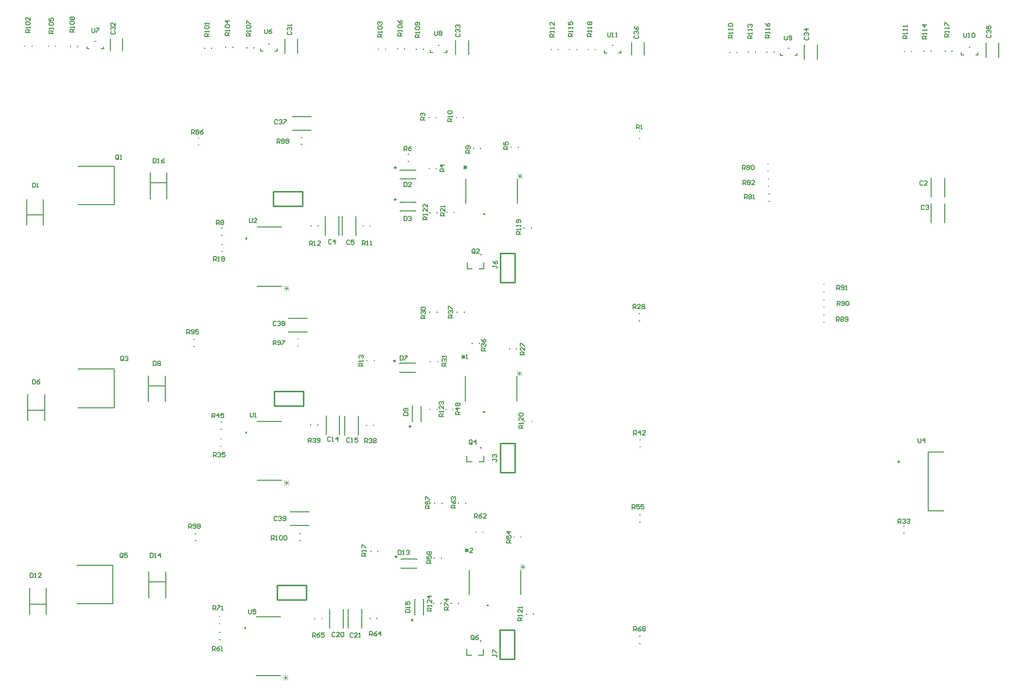
<source format=gto>
G04*
G04 #@! TF.GenerationSoftware,Altium Limited,Altium Designer,21.6.4 (81)*
G04*
G04 Layer_Color=65535*
%FSLAX43Y43*%
%MOMM*%
G71*
G04*
G04 #@! TF.SameCoordinates,D99C284B-08BF-42AF-8A75-C17E97AEF409*
G04*
G04*
G04 #@! TF.FilePolarity,Positive*
G04*
G01*
G75*
%ADD10C,0.250*%
%ADD11C,0.200*%
%ADD12C,0.152*%
%ADD13C,0.254*%
%ADD14C,0.076*%
%ADD15C,0.127*%
G36*
X107906Y68085D02*
X107652D01*
Y68466D01*
X107906D01*
Y68085D01*
D02*
G37*
G36*
X108052Y102095D02*
X107798D01*
Y102476D01*
X108052D01*
Y102095D01*
D02*
G37*
G36*
X150178Y72323D02*
Y72069D01*
X149796D01*
Y72323D01*
X150178D01*
D02*
G37*
G36*
X108102Y135928D02*
X107848D01*
Y136309D01*
X108102D01*
Y135928D01*
D02*
G37*
G36*
X149542Y106053D02*
Y105799D01*
X149161D01*
Y106053D01*
X149542D01*
D02*
G37*
G36*
X149619Y140445D02*
Y140191D01*
X149238D01*
Y140445D01*
X149619D01*
D02*
G37*
D10*
X221700Y97206D02*
G03*
X221700Y97206I-125J0D01*
G01*
X134007Y142887D02*
G03*
X134007Y142887I-125J0D01*
G01*
X134033Y148450D02*
G03*
X134033Y148450I-125J0D01*
G01*
X134186Y80683D02*
G03*
X134186Y80683I-125J0D01*
G01*
X136968Y69646D02*
G03*
X136968Y69646I-125J0D01*
G01*
X133906Y114795D02*
G03*
X133906Y114795I-125J0D01*
G01*
X136587Y103377D02*
G03*
X136587Y103377I-125J0D01*
G01*
D11*
X148678Y65986D02*
G03*
X148878Y65986I100J0D01*
G01*
D02*
G03*
X148678Y65986I-100J0D01*
G01*
X148703Y99666D02*
G03*
X148903Y99666I100J0D01*
G01*
D02*
G03*
X148703Y99666I-100J0D01*
G01*
X148754Y133296D02*
G03*
X148954Y133296I100J0D01*
G01*
D02*
G03*
X148754Y133296I-100J0D01*
G01*
X226734Y88684D02*
X229430D01*
X226734D02*
Y98920D01*
X229430D01*
X137469Y142379D02*
Y142456D01*
X134769D02*
X137469D01*
X134769Y142379D02*
Y142456D01*
X137469Y140906D02*
Y140984D01*
X134769Y140906D02*
X137469D01*
X134769D02*
Y140984D01*
X137494Y147941D02*
Y148019D01*
X134794D02*
X137494D01*
X134794Y147941D02*
Y148019D01*
X137494Y146469D02*
Y146546D01*
X134794Y146469D02*
X137494D01*
X134794D02*
Y146546D01*
X176330Y121803D02*
X176476D01*
X176330Y123053D02*
X176476D01*
X115935Y157286D02*
X119241D01*
X115935Y154930D02*
X119241D01*
X115607Y88478D02*
X118913D01*
X115607Y86122D02*
X118913D01*
X117250Y84724D02*
X117395D01*
X117250Y83474D02*
X117395D01*
X121148Y69838D02*
Y69983D01*
X119898Y69838D02*
Y69983D01*
X124851Y68261D02*
Y71567D01*
X122494Y68261D02*
Y71567D01*
X125746Y68222D02*
Y71528D01*
X128102Y68222D02*
Y71528D01*
X130724Y69854D02*
Y69999D01*
X129474Y69854D02*
Y69999D01*
X129652Y81588D02*
Y81734D01*
X130902Y81588D02*
Y81734D01*
X117479Y153711D02*
X117624D01*
X117479Y152461D02*
X117624D01*
X115302Y122209D02*
X118608D01*
X115302Y119853D02*
X118608D01*
X116869Y118608D02*
X117014D01*
X116869Y117358D02*
X117014D01*
X157724Y104220D02*
Y104365D01*
X156474Y104220D02*
Y104365D01*
X154544Y84052D02*
Y84197D01*
X155794Y84052D02*
Y84197D01*
X147940Y84916D02*
Y85061D01*
X149190Y84916D02*
Y85061D01*
X134947Y78702D02*
Y78779D01*
Y78702D02*
X137647D01*
Y78779D01*
X134947Y80174D02*
Y80252D01*
X137647D01*
Y80174D02*
Y80252D01*
X140701Y80395D02*
Y80540D01*
X141951Y80395D02*
Y80540D01*
X138746Y70532D02*
X138824D01*
Y73232D01*
X138746D02*
X138824D01*
X137274Y70532D02*
X137352D01*
X137274D02*
Y73232D01*
X137352D01*
X143672Y72521D02*
Y72666D01*
X144922Y72521D02*
Y72666D01*
X141849Y72495D02*
Y72640D01*
X140599Y72495D02*
Y72640D01*
X158003Y70625D02*
Y70770D01*
X156753Y70625D02*
Y70770D01*
X146378Y63536D02*
Y64586D01*
Y63536D02*
X147228D01*
X149278D02*
Y64586D01*
X148428Y63536D02*
X149278D01*
X176432Y65567D02*
X176577D01*
X176432Y66817D02*
X176577D01*
X176441Y86751D02*
X176587D01*
X176441Y88001D02*
X176587D01*
X176467Y99807D02*
X176612D01*
X176467Y101057D02*
X176612D01*
X146403Y97216D02*
Y98266D01*
Y97216D02*
X147253D01*
X149303D02*
Y98266D01*
X148453Y97216D02*
X149303D01*
X120462Y103559D02*
Y103705D01*
X119212Y103559D02*
Y103705D01*
X121859Y101928D02*
Y105234D01*
X124216Y101928D02*
Y105234D01*
X127492Y101903D02*
Y105209D01*
X125136Y101903D02*
Y105209D01*
X130140Y103534D02*
Y103679D01*
X128890Y103534D02*
Y103679D01*
X134667Y112814D02*
Y112891D01*
Y112814D02*
X137367D01*
Y112891D01*
X134667Y114286D02*
Y114364D01*
X137367D01*
Y114286D02*
Y114364D01*
X138365Y104263D02*
X138443D01*
Y106963D01*
X138365D02*
X138443D01*
X136893Y104263D02*
X136971D01*
X136893D02*
Y106963D01*
X136971D01*
X141163Y106328D02*
Y106473D01*
X139913Y106328D02*
Y106473D01*
X142682Y106328D02*
Y106473D01*
X143932Y106328D02*
Y106473D01*
X140015Y114634D02*
Y114779D01*
X141265Y114634D02*
Y114779D01*
X147305Y117825D02*
Y117970D01*
X148555Y117825D02*
Y117970D01*
X153782Y116869D02*
Y117014D01*
X155032Y116869D02*
Y117014D01*
X222406Y85994D02*
X222551D01*
X222406Y84744D02*
X222551D01*
X227244Y138834D02*
Y142140D01*
X229600Y138834D02*
Y142140D01*
Y143344D02*
Y146650D01*
X227244Y143344D02*
Y146650D01*
X198936Y143856D02*
X199082D01*
X198936Y142606D02*
X199082D01*
X198835Y146497D02*
X198980D01*
X198835Y145247D02*
X198980D01*
X198733Y149088D02*
X198878D01*
X198733Y147838D02*
X198878D01*
X176381Y153502D02*
X176526D01*
X176381Y154752D02*
X176526D01*
X154061Y151972D02*
Y152117D01*
X155311Y151972D02*
Y152117D01*
X139761Y157128D02*
Y157273D01*
X141011Y157128D02*
Y157273D01*
X157597Y137875D02*
Y138020D01*
X156347Y137875D02*
Y138020D01*
X146454Y130846D02*
Y131896D01*
Y130846D02*
X147304D01*
X149354D02*
Y131896D01*
X148504Y130846D02*
X149354D01*
X142910Y140618D02*
Y140763D01*
X144160Y140618D02*
Y140763D01*
X141189Y140593D02*
Y140738D01*
X139939Y140593D02*
Y140738D01*
X129555Y138256D02*
Y138401D01*
X128305Y138256D02*
Y138401D01*
X127086Y136701D02*
Y140007D01*
X124730Y136701D02*
Y140007D01*
X119238Y138297D02*
Y138442D01*
X120488Y138297D02*
Y138442D01*
X99606Y152385D02*
X99752D01*
X99606Y153635D02*
X99752D01*
X103661Y135093D02*
X103806D01*
X103661Y133843D02*
X103806D01*
X98819Y117307D02*
X98964D01*
X98819Y118557D02*
X98964D01*
X103525Y104130D02*
X103670D01*
X103525Y102880D02*
X103670D01*
X103483Y101209D02*
X103628D01*
X103483Y99959D02*
X103628D01*
X99064Y83474D02*
X99209D01*
X99064Y84724D02*
X99209D01*
X103245Y70297D02*
X103390D01*
X103245Y69047D02*
X103390D01*
X103271Y67478D02*
X103416D01*
X103271Y66228D02*
X103416D01*
X93916Y73534D02*
Y78104D01*
X90996Y73534D02*
Y78104D01*
X91076Y76319D02*
X93836D01*
X93865Y107672D02*
Y112242D01*
X90945Y107672D02*
Y112242D01*
X91025Y110457D02*
X93785D01*
X94145Y143028D02*
Y147598D01*
X91225Y143028D02*
Y147598D01*
X91305Y145813D02*
X94065D01*
X78738Y106642D02*
X84958D01*
Y113372D01*
X78738D02*
X84958D01*
X78738Y113282D02*
Y113372D01*
Y106642D02*
Y106732D01*
X78509Y72454D02*
X84729D01*
Y79184D01*
X78509D02*
X84729D01*
X78509Y79094D02*
Y79184D01*
Y72454D02*
Y72544D01*
X70219Y70638D02*
Y75208D01*
X73139Y70638D02*
Y75208D01*
X70299Y72423D02*
X73059D01*
X69914Y104446D02*
Y109016D01*
X72834Y104446D02*
Y109016D01*
X69994Y106231D02*
X72754D01*
X136148Y150815D02*
X136293D01*
X136148Y149565D02*
X136293D01*
X144942Y89920D02*
Y90065D01*
X146192Y89920D02*
Y90065D01*
X140777Y89920D02*
Y90065D01*
X142027Y89920D02*
Y90065D01*
X144663Y123210D02*
Y123355D01*
X145913Y123210D02*
Y123355D01*
X139913Y123219D02*
Y123364D01*
X141163Y123219D02*
Y123364D01*
X208487Y128082D02*
X208632D01*
X208487Y126832D02*
X208632D01*
X208487Y122799D02*
X208632D01*
X208487Y121549D02*
X208632D01*
X208487Y125415D02*
X208632D01*
X208487Y124165D02*
X208632D01*
X139812Y148238D02*
Y148383D01*
X141062Y148238D02*
Y148383D01*
X69428Y169574D02*
Y169719D01*
X70678Y169574D02*
Y169719D01*
X74768Y169574D02*
Y169719D01*
X73518Y169574D02*
Y169719D01*
X78578Y169523D02*
Y169668D01*
X77328Y169523D02*
Y169668D01*
X80210Y169150D02*
Y169550D01*
X83111Y169150D02*
Y169550D01*
X80211Y169149D02*
X80611D01*
X82710Y169149D02*
X83110D01*
X81561Y170449D02*
X81761D01*
X84294Y168801D02*
Y171001D01*
X86444Y168801D02*
Y171001D01*
X110451Y168759D02*
Y169159D01*
X113352Y168759D02*
Y169159D01*
X110452Y168759D02*
X110852D01*
X112952Y168758D02*
X113352D01*
X111802Y170059D02*
X112002D01*
X109312Y169269D02*
Y169414D01*
X108062Y169269D02*
Y169414D01*
X105603Y169345D02*
Y169491D01*
X104353Y169345D02*
Y169491D01*
X100696Y169218D02*
Y169364D01*
X101946Y169218D02*
Y169364D01*
X116924Y168368D02*
Y170874D01*
X114674Y168368D02*
Y170874D01*
X140002Y168489D02*
Y168889D01*
X142902Y168489D02*
Y168889D01*
X140002Y168489D02*
X140402D01*
X142502Y168488D02*
X142902D01*
X141353Y169789D02*
X141553D01*
X138826Y169041D02*
Y169186D01*
X137576Y169041D02*
Y169186D01*
X135550Y169091D02*
Y169237D01*
X134300Y169091D02*
Y169237D01*
X130972Y169066D02*
Y169211D01*
X132222Y169066D02*
Y169211D01*
X146692Y168125D02*
Y170631D01*
X144442Y168125D02*
Y170631D01*
X170319Y168454D02*
Y168854D01*
X173220Y168454D02*
Y168854D01*
X170320Y168454D02*
X170720D01*
X172820Y168453D02*
X173220D01*
X171670Y169754D02*
X171870D01*
X168748Y168990D02*
Y169135D01*
X167498Y168990D02*
Y169135D01*
X165496Y168990D02*
Y169135D01*
X164246Y168990D02*
Y169135D01*
X161071Y168990D02*
Y169135D01*
X162321Y168990D02*
Y169135D01*
X175099Y168115D02*
Y170315D01*
X177249Y168115D02*
Y170315D01*
X192136Y168482D02*
Y168627D01*
X193386Y168482D02*
Y168627D01*
X199863Y168533D02*
Y168678D01*
X198613Y168533D02*
Y168678D01*
X196662Y168507D02*
Y168652D01*
X195412Y168507D02*
Y168652D01*
X200977Y167972D02*
Y168372D01*
X203878Y167972D02*
Y168372D01*
X200978Y167971D02*
X201378D01*
X203477Y167971D02*
X203877D01*
X202328Y169271D02*
X202528D01*
X207373Y167352D02*
Y169858D01*
X205123Y167352D02*
Y169858D01*
X222539Y168645D02*
Y168790D01*
X223789Y168645D02*
Y168790D01*
X227218Y168660D02*
Y168805D01*
X225968Y168660D02*
Y168805D01*
X230901Y168685D02*
Y168830D01*
X229651Y168685D02*
Y168830D01*
X232483Y168108D02*
Y168508D01*
X235384Y168108D02*
Y168508D01*
X232484Y168108D02*
X232884D01*
X234983Y168107D02*
X235383D01*
X233834Y169408D02*
X234034D01*
X239021Y167657D02*
Y170163D01*
X236771Y167657D02*
Y170163D01*
X69816Y140191D02*
X72576D01*
X72656Y138406D02*
Y142976D01*
X69736Y138406D02*
Y142976D01*
X147508Y151769D02*
Y151914D01*
X148758Y151769D02*
Y151914D01*
X144561Y157128D02*
Y157273D01*
X145811Y157128D02*
Y157273D01*
X78717Y141974D02*
X84937D01*
Y148704D01*
X78717D02*
X84937D01*
X78717Y148614D02*
Y148704D01*
Y141974D02*
Y142064D01*
X128991Y114786D02*
Y114931D01*
X130241Y114786D02*
Y114931D01*
X103636Y137912D02*
X103781D01*
X103636Y136662D02*
X103781D01*
X121707Y136701D02*
Y140007D01*
X124063Y136701D02*
Y140007D01*
D12*
X109842Y93980D02*
X114084D01*
X109842Y104242D02*
X114084D01*
X109696Y59969D02*
X113938D01*
X109696Y70231D02*
X113938D01*
X155194Y142227D02*
Y146469D01*
X146202Y142227D02*
Y146469D01*
X155118Y107835D02*
Y112077D01*
X146126Y107835D02*
Y112077D01*
X155753Y74105D02*
Y78347D01*
X146761Y74105D02*
Y78347D01*
X109893Y127813D02*
X114135D01*
X109893Y138074D02*
X114135D01*
D13*
X152121Y62814D02*
Y64338D01*
Y66370D02*
Y67894D01*
X154661Y62814D02*
Y67894D01*
X152121Y62814D02*
X154661D01*
X152121Y64338D02*
Y66370D01*
Y67894D02*
X154661D01*
X152197Y95388D02*
Y96912D01*
Y98944D02*
Y100468D01*
X154737Y95388D02*
Y100468D01*
X152197Y95388D02*
X154737D01*
X152197Y96912D02*
Y98944D01*
Y100468D02*
X154737D01*
X152197Y133564D02*
X154737D01*
X152197Y130008D02*
Y132040D01*
Y128484D02*
X154737D01*
Y133564D01*
X152197Y132040D02*
Y133564D01*
Y128484D02*
Y130008D01*
X113360Y73177D02*
X118440D01*
Y75717D01*
X113360D02*
X118440D01*
X113360Y73177D02*
Y75717D01*
X112841Y106985D02*
X117921D01*
Y109525D01*
X112841D02*
X117921D01*
X112841Y106985D02*
Y109525D01*
X112649Y141732D02*
X117729D01*
Y144272D01*
X112649D02*
X117729D01*
X112649Y141732D02*
Y144272D01*
D14*
X115360Y93176D02*
X114514Y94022D01*
X115360D02*
X114514Y93176D01*
X115360Y93599D02*
X114514D01*
X114937Y94022D02*
Y93176D01*
X115214Y59165D02*
X114368Y60012D01*
X115214D02*
X114368Y59165D01*
X115214Y59589D02*
X114368D01*
X114791Y60012D02*
Y59165D01*
X155997Y147434D02*
X155151Y146587D01*
Y147434D02*
X155997Y146587D01*
X155574Y147434D02*
Y146587D01*
X155151Y147010D02*
X155997D01*
X155921Y113041D02*
X155075Y112195D01*
Y113041D02*
X155921Y112195D01*
X155498Y113041D02*
Y112195D01*
X155075Y112618D02*
X155921D01*
X156556Y79312D02*
X155710Y78465D01*
Y79312D02*
X156556Y78465D01*
X156133Y79312D02*
Y78465D01*
X155710Y78888D02*
X156556D01*
X115411Y127009D02*
X114565Y127855D01*
X115411D02*
X114565Y127009D01*
X115411Y127432D02*
X114565D01*
X114988Y127855D02*
Y127009D01*
D15*
X150876Y63678D02*
Y63424D01*
Y63551D01*
X151511D01*
X151638Y63424D01*
Y63297D01*
X151511Y63170D01*
X150876Y63932D02*
Y64440D01*
X151003D01*
X151511Y63932D01*
X151638D01*
X128854Y80810D02*
X128092D01*
Y81191D01*
X128219Y81318D01*
X128473D01*
X128600Y81191D01*
Y80810D01*
Y81064D02*
X128854Y81318D01*
Y81572D02*
Y81826D01*
Y81699D01*
X128092D01*
X128219Y81572D01*
X128092Y82207D02*
Y82715D01*
X128219D01*
X128727Y82207D01*
X128854D01*
X135458Y151435D02*
Y152197D01*
X135839D01*
X135966Y152070D01*
Y151816D01*
X135839Y151689D01*
X135458D01*
X135712D02*
X135966Y151435D01*
X136728Y152197D02*
X136474Y152070D01*
X136220Y151816D01*
Y151562D01*
X136347Y151435D01*
X136601D01*
X136728Y151562D01*
Y151689D01*
X136601Y151816D01*
X136220D01*
X140259Y71235D02*
X139497D01*
Y71616D01*
X139624Y71743D01*
X139878D01*
X140005Y71616D01*
Y71235D01*
Y71489D02*
X140259Y71743D01*
Y71996D02*
Y72250D01*
Y72123D01*
X139497D01*
X139624Y71996D01*
X140259Y73139D02*
Y72631D01*
X139751Y73139D01*
X139624D01*
X139497Y73012D01*
Y72758D01*
X139624Y72631D01*
X140259Y73774D02*
X139497D01*
X139878Y73393D01*
Y73901D01*
X142316Y105068D02*
X141554D01*
Y105448D01*
X141681Y105575D01*
X141935D01*
X142062Y105448D01*
Y105068D01*
Y105321D02*
X142316Y105575D01*
Y105829D02*
Y106083D01*
Y105956D01*
X141554D01*
X141681Y105829D01*
X142316Y106972D02*
Y106464D01*
X141808Y106972D01*
X141681D01*
X141554Y106845D01*
Y106591D01*
X141681Y106464D01*
Y107226D02*
X141554Y107353D01*
Y107607D01*
X141681Y107734D01*
X141808D01*
X141935Y107607D01*
Y107480D01*
Y107607D01*
X142062Y107734D01*
X142189D01*
X142316Y107607D01*
Y107353D01*
X142189Y107226D01*
X139471Y139408D02*
X138710D01*
Y139789D01*
X138836Y139916D01*
X139090D01*
X139217Y139789D01*
Y139408D01*
Y139662D02*
X139471Y139916D01*
Y140170D02*
Y140424D01*
Y140297D01*
X138710D01*
X138836Y140170D01*
X139471Y141313D02*
Y140805D01*
X138963Y141313D01*
X138836D01*
X138710Y141186D01*
Y140932D01*
X138836Y140805D01*
X139471Y142074D02*
Y141567D01*
X138963Y142074D01*
X138836D01*
X138710Y141948D01*
Y141694D01*
X138836Y141567D01*
X156032Y69558D02*
X155270D01*
Y69939D01*
X155397Y70066D01*
X155651D01*
X155778Y69939D01*
Y69558D01*
Y69812D02*
X156032Y70066D01*
Y70320D02*
Y70574D01*
Y70447D01*
X155270D01*
X155397Y70320D01*
X156032Y71463D02*
Y70955D01*
X155524Y71463D01*
X155397D01*
X155270Y71336D01*
Y71082D01*
X155397Y70955D01*
X156032Y71717D02*
Y71971D01*
Y71844D01*
X155270D01*
X155397Y71717D01*
X156210Y103036D02*
X155448D01*
Y103416D01*
X155575Y103543D01*
X155829D01*
X155956Y103416D01*
Y103036D01*
Y103289D02*
X156210Y103543D01*
Y103797D02*
Y104051D01*
Y103924D01*
X155448D01*
X155575Y103797D01*
X156210Y104940D02*
Y104432D01*
X155702Y104940D01*
X155575D01*
X155448Y104813D01*
Y104559D01*
X155575Y104432D01*
Y105194D02*
X155448Y105321D01*
Y105575D01*
X155575Y105702D01*
X156083D01*
X156210Y105575D01*
Y105321D01*
X156083Y105194D01*
X155575D01*
X155727Y136830D02*
X154966D01*
Y137211D01*
X155092Y137338D01*
X155346D01*
X155473Y137211D01*
Y136830D01*
Y137084D02*
X155727Y137338D01*
Y137592D02*
Y137846D01*
Y137719D01*
X154966D01*
X155092Y137592D01*
X155727Y138227D02*
Y138481D01*
Y138354D01*
X154966D01*
X155092Y138227D01*
X155600Y138862D02*
X155727Y138989D01*
Y139242D01*
X155600Y139369D01*
X155092D01*
X154966Y139242D01*
Y138989D01*
X155092Y138862D01*
X155219D01*
X155346Y138989D01*
Y139369D01*
X146126Y82042D02*
X146634Y81534D01*
X146126D02*
X146634Y82042D01*
X146126Y81788D02*
X146634D01*
X146380Y81534D02*
Y82042D01*
X147396Y81407D02*
X146888D01*
X147396Y81915D01*
Y82042D01*
X147269Y82169D01*
X147015D01*
X146888Y82042D01*
X145491Y115773D02*
X145999Y115265D01*
X145491D02*
X145999Y115773D01*
X145491Y115519D02*
X145999D01*
X145745Y115265D02*
Y115773D01*
X146253Y115138D02*
X146507D01*
X146380D01*
Y115900D01*
X146253Y115773D01*
X113335Y87579D02*
X113208Y87706D01*
X112954D01*
X112827Y87579D01*
Y87071D01*
X112954Y86944D01*
X113208D01*
X113335Y87071D01*
X113589Y87579D02*
X113716Y87706D01*
X113970D01*
X114097Y87579D01*
Y87452D01*
X113970Y87325D01*
X113843D01*
X113970D01*
X114097Y87198D01*
Y87071D01*
X113970Y86944D01*
X113716D01*
X113589Y87071D01*
X114351D02*
X114478Y86944D01*
X114732D01*
X114858Y87071D01*
Y87579D01*
X114732Y87706D01*
X114478D01*
X114351Y87579D01*
Y87452D01*
X114478Y87325D01*
X114858D01*
X113157Y121564D02*
X113030Y121691D01*
X112776D01*
X112649Y121564D01*
Y121056D01*
X112776Y120930D01*
X113030D01*
X113157Y121056D01*
X113411Y121564D02*
X113538Y121691D01*
X113792D01*
X113919Y121564D01*
Y121437D01*
X113792Y121310D01*
X113665D01*
X113792D01*
X113919Y121183D01*
Y121056D01*
X113792Y120930D01*
X113538D01*
X113411Y121056D01*
X114173Y121564D02*
X114300Y121691D01*
X114554D01*
X114681Y121564D01*
Y121437D01*
X114554Y121310D01*
X114681Y121183D01*
Y121056D01*
X114554Y120930D01*
X114300D01*
X114173Y121056D01*
Y121183D01*
X114300Y121310D01*
X114173Y121437D01*
Y121564D01*
X114300Y121310D02*
X114554D01*
X113411Y156667D02*
X113284Y156794D01*
X113030D01*
X112903Y156667D01*
Y156159D01*
X113030Y156032D01*
X113284D01*
X113411Y156159D01*
X113665Y156667D02*
X113792Y156794D01*
X114046D01*
X114173Y156667D01*
Y156540D01*
X114046Y156413D01*
X113919D01*
X114046D01*
X114173Y156286D01*
Y156159D01*
X114046Y156032D01*
X113792D01*
X113665Y156159D01*
X114427Y156794D02*
X114935D01*
Y156667D01*
X114427Y156159D01*
Y156032D01*
X135687Y70930D02*
X136449D01*
Y71311D01*
X136322Y71438D01*
X135814D01*
X135687Y71311D01*
Y70930D01*
X136449Y71692D02*
Y71945D01*
Y71819D01*
X135687D01*
X135814Y71692D01*
X135687Y72834D02*
Y72326D01*
X136068D01*
X135941Y72580D01*
Y72707D01*
X136068Y72834D01*
X136322D01*
X136449Y72707D01*
Y72453D01*
X136322Y72326D01*
X135357Y105258D02*
X136118D01*
Y105639D01*
X135992Y105766D01*
X135484D01*
X135357Y105639D01*
Y105258D01*
X135992Y106020D02*
X136118Y106147D01*
Y106400D01*
X135992Y106527D01*
X135484D01*
X135357Y106400D01*
Y106147D01*
X135484Y106020D01*
X135611D01*
X135738Y106147D01*
Y106527D01*
X134747Y115671D02*
Y114910D01*
X135128D01*
X135255Y115037D01*
Y115545D01*
X135128Y115671D01*
X134747D01*
X135509D02*
X136017D01*
Y115545D01*
X135509Y115037D01*
Y114910D01*
X134455Y81788D02*
Y81026D01*
X134836D01*
X134963Y81153D01*
Y81661D01*
X134836Y81788D01*
X134455D01*
X135217Y81026D02*
X135471D01*
X135344D01*
Y81788D01*
X135217Y81661D01*
X135852D02*
X135979Y81788D01*
X136233D01*
X136360Y81661D01*
Y81534D01*
X136233Y81407D01*
X136106D01*
X136233D01*
X136360Y81280D01*
Y81153D01*
X136233Y81026D01*
X135979D01*
X135852Y81153D01*
X143256Y71374D02*
X142494D01*
Y71755D01*
X142621Y71882D01*
X142875D01*
X143002Y71755D01*
Y71374D01*
Y71628D02*
X143256Y71882D01*
X142494Y72136D02*
Y72644D01*
X142621D01*
X143129Y72136D01*
X143256D01*
Y73279D02*
X142494D01*
X142875Y72898D01*
Y73406D01*
X175438Y67717D02*
Y68478D01*
X175819D01*
X175946Y68351D01*
Y68097D01*
X175819Y67970D01*
X175438D01*
X175692D02*
X175946Y67717D01*
X176708Y68478D02*
X176454Y68351D01*
X176200Y68097D01*
Y67843D01*
X176327Y67717D01*
X176581D01*
X176708Y67843D01*
Y67970D01*
X176581Y68097D01*
X176200D01*
X176962Y68351D02*
X177089Y68478D01*
X177343D01*
X177469Y68351D01*
Y68224D01*
X177343Y68097D01*
X177469Y67970D01*
Y67843D01*
X177343Y67717D01*
X177089D01*
X176962Y67843D01*
Y67970D01*
X177089Y68097D01*
X176962Y68224D01*
Y68351D01*
X177089Y68097D02*
X177343D01*
X144450Y89129D02*
X143688D01*
Y89510D01*
X143815Y89637D01*
X144069D01*
X144196Y89510D01*
Y89129D01*
Y89383D02*
X144450Y89637D01*
X143688Y90399D02*
X143815Y90145D01*
X144069Y89891D01*
X144323D01*
X144450Y90018D01*
Y90272D01*
X144323Y90399D01*
X144196D01*
X144069Y90272D01*
Y89891D01*
X143815Y90652D02*
X143688Y90779D01*
Y91033D01*
X143815Y91160D01*
X143942D01*
X144069Y91033D01*
Y90906D01*
Y91033D01*
X144196Y91160D01*
X144323D01*
X144450Y91033D01*
Y90779D01*
X144323Y90652D01*
X175870Y155169D02*
Y155930D01*
X176251D01*
X176378Y155804D01*
Y155550D01*
X176251Y155423D01*
X175870D01*
X176124D02*
X176378Y155169D01*
X176632D02*
X176885D01*
X176758D01*
Y155930D01*
X176632Y155804D01*
X147599Y66370D02*
Y66878D01*
X147472Y67005D01*
X147219D01*
X147092Y66878D01*
Y66370D01*
X147219Y66243D01*
X147472D01*
X147346Y66497D02*
X147599Y66243D01*
X147472D02*
X147599Y66370D01*
X148361Y67005D02*
X148107Y66878D01*
X147853Y66624D01*
Y66370D01*
X147980Y66243D01*
X148234D01*
X148361Y66370D01*
Y66497D01*
X148234Y66624D01*
X147853D01*
X210820Y127178D02*
Y127940D01*
X211201D01*
X211328Y127813D01*
Y127559D01*
X211201Y127432D01*
X210820D01*
X211074D02*
X211328Y127178D01*
X211582Y127305D02*
X211709Y127178D01*
X211963D01*
X212090Y127305D01*
Y127813D01*
X211963Y127940D01*
X211709D01*
X211582Y127813D01*
Y127686D01*
X211709Y127559D01*
X212090D01*
X212344Y127178D02*
X212598D01*
X212471D01*
Y127940D01*
X212344Y127813D01*
X210871Y124435D02*
Y125196D01*
X211252D01*
X211379Y125070D01*
Y124816D01*
X211252Y124689D01*
X210871D01*
X211125D02*
X211379Y124435D01*
X211633Y124562D02*
X211760Y124435D01*
X212014D01*
X212141Y124562D01*
Y125070D01*
X212014Y125196D01*
X211760D01*
X211633Y125070D01*
Y124943D01*
X211760Y124816D01*
X212141D01*
X212395Y125070D02*
X212522Y125196D01*
X212776D01*
X212902Y125070D01*
Y124562D01*
X212776Y124435D01*
X212522D01*
X212395Y124562D01*
Y125070D01*
X210668Y121666D02*
Y122428D01*
X211049D01*
X211176Y122301D01*
Y122047D01*
X211049Y121920D01*
X210668D01*
X210922D02*
X211176Y121666D01*
X211430Y122301D02*
X211557Y122428D01*
X211811D01*
X211938Y122301D01*
Y122174D01*
X211811Y122047D01*
X211938Y121920D01*
Y121793D01*
X211811Y121666D01*
X211557D01*
X211430Y121793D01*
Y121920D01*
X211557Y122047D01*
X211430Y122174D01*
Y122301D01*
X211557Y122047D02*
X211811D01*
X212191Y121793D02*
X212318Y121666D01*
X212572D01*
X212699Y121793D01*
Y122301D01*
X212572Y122428D01*
X212318D01*
X212191Y122301D01*
Y122174D01*
X212318Y122047D01*
X212699D01*
X194412Y145491D02*
Y146253D01*
X194793D01*
X194920Y146126D01*
Y145872D01*
X194793Y145745D01*
X194412D01*
X194666D02*
X194920Y145491D01*
X195174Y146126D02*
X195301Y146253D01*
X195555D01*
X195682Y146126D01*
Y145999D01*
X195555Y145872D01*
X195682Y145745D01*
Y145618D01*
X195555Y145491D01*
X195301D01*
X195174Y145618D01*
Y145745D01*
X195301Y145872D01*
X195174Y145999D01*
Y146126D01*
X195301Y145872D02*
X195555D01*
X196443Y145491D02*
X195935D01*
X196443Y145999D01*
Y146126D01*
X196316Y146253D01*
X196062D01*
X195935Y146126D01*
X194666Y143002D02*
Y143764D01*
X195047D01*
X195174Y143637D01*
Y143383D01*
X195047Y143256D01*
X194666D01*
X194920D02*
X195174Y143002D01*
X195428Y143637D02*
X195555Y143764D01*
X195809D01*
X195935Y143637D01*
Y143510D01*
X195809Y143383D01*
X195935Y143256D01*
Y143129D01*
X195809Y143002D01*
X195555D01*
X195428Y143129D01*
Y143256D01*
X195555Y143383D01*
X195428Y143510D01*
Y143637D01*
X195555Y143383D02*
X195809D01*
X196189Y143002D02*
X196443D01*
X196316D01*
Y143764D01*
X196189Y143637D01*
X194361Y148108D02*
Y148869D01*
X194742D01*
X194869Y148742D01*
Y148488D01*
X194742Y148361D01*
X194361D01*
X194615D02*
X194869Y148108D01*
X195123Y148742D02*
X195250Y148869D01*
X195504D01*
X195631Y148742D01*
Y148615D01*
X195504Y148488D01*
X195631Y148361D01*
Y148234D01*
X195504Y148108D01*
X195250D01*
X195123Y148234D01*
Y148361D01*
X195250Y148488D01*
X195123Y148615D01*
Y148742D01*
X195250Y148488D02*
X195504D01*
X195885Y148742D02*
X196012Y148869D01*
X196266D01*
X196392Y148742D01*
Y148234D01*
X196266Y148108D01*
X196012D01*
X195885Y148234D01*
Y148742D01*
X147676Y87427D02*
Y88189D01*
X148057D01*
X148184Y88062D01*
Y87808D01*
X148057Y87681D01*
X147676D01*
X147930D02*
X148184Y87427D01*
X148946Y88189D02*
X148692Y88062D01*
X148438Y87808D01*
Y87554D01*
X148565Y87427D01*
X148819D01*
X148946Y87554D01*
Y87681D01*
X148819Y87808D01*
X148438D01*
X149707Y87427D02*
X149199D01*
X149707Y87935D01*
Y88062D01*
X149580Y88189D01*
X149326D01*
X149199Y88062D01*
X140208Y79528D02*
X139446D01*
Y79909D01*
X139573Y80036D01*
X139827D01*
X139954Y79909D01*
Y79528D01*
Y79782D02*
X140208Y80036D01*
X139446Y80797D02*
Y80289D01*
X139827D01*
X139700Y80543D01*
Y80670D01*
X139827Y80797D01*
X140081D01*
X140208Y80670D01*
Y80416D01*
X140081Y80289D01*
X139573Y81051D02*
X139446Y81178D01*
Y81432D01*
X139573Y81559D01*
X139700D01*
X139827Y81432D01*
X139954Y81559D01*
X140081D01*
X140208Y81432D01*
Y81178D01*
X140081Y81051D01*
X139954D01*
X139827Y81178D01*
X139700Y81051D01*
X139573D01*
X139827Y81178D02*
Y81432D01*
X139954Y89078D02*
X139192D01*
Y89459D01*
X139319Y89586D01*
X139573D01*
X139700Y89459D01*
Y89078D01*
Y89332D02*
X139954Y89586D01*
X139192Y90348D02*
Y89840D01*
X139573D01*
X139446Y90094D01*
Y90221D01*
X139573Y90348D01*
X139827D01*
X139954Y90221D01*
Y89967D01*
X139827Y89840D01*
X139192Y90602D02*
Y91109D01*
X139319D01*
X139827Y90602D01*
X139954D01*
X175184Y88976D02*
Y89738D01*
X175565D01*
X175692Y89611D01*
Y89357D01*
X175565Y89230D01*
X175184D01*
X175438D02*
X175692Y88976D01*
X176454Y89738D02*
X175946D01*
Y89357D01*
X176200Y89484D01*
X176327D01*
X176454Y89357D01*
Y89103D01*
X176327Y88976D01*
X176073D01*
X175946Y89103D01*
X177215Y89738D02*
X176708D01*
Y89357D01*
X176962Y89484D01*
X177089D01*
X177215Y89357D01*
Y89103D01*
X177089Y88976D01*
X176835D01*
X176708Y89103D01*
X154102Y83084D02*
X153340D01*
Y83465D01*
X153467Y83592D01*
X153721D01*
X153848Y83465D01*
Y83084D01*
Y83338D02*
X154102Y83592D01*
X153340Y84353D02*
Y83845D01*
X153721D01*
X153594Y84099D01*
Y84226D01*
X153721Y84353D01*
X153975D01*
X154102Y84226D01*
Y83972D01*
X153975Y83845D01*
X154102Y84988D02*
X153340D01*
X153721Y84607D01*
Y85115D01*
X145135Y105410D02*
X144374D01*
Y105791D01*
X144501Y105918D01*
X144755D01*
X144882Y105791D01*
Y105410D01*
Y105664D02*
X145135Y105918D01*
Y106553D02*
X144374D01*
X144755Y106172D01*
Y106680D01*
X144501Y106934D02*
X144374Y107061D01*
Y107315D01*
X144501Y107442D01*
X144628D01*
X144755Y107315D01*
X144882Y107442D01*
X145009D01*
X145135Y107315D01*
Y107061D01*
X145009Y106934D01*
X144882D01*
X144755Y107061D01*
X144628Y106934D01*
X144501D01*
X144755Y107061D02*
Y107315D01*
X175438Y101905D02*
Y102667D01*
X175819D01*
X175946Y102540D01*
Y102286D01*
X175819Y102159D01*
X175438D01*
X175692D02*
X175946Y101905D01*
X176581D02*
Y102667D01*
X176200Y102286D01*
X176708D01*
X177469Y101905D02*
X176962D01*
X177469Y102413D01*
Y102540D01*
X177343Y102667D01*
X177089D01*
X176962Y102540D01*
X143916Y122276D02*
X143155D01*
Y122657D01*
X143281Y122784D01*
X143535D01*
X143662Y122657D01*
Y122276D01*
Y122530D02*
X143916Y122784D01*
X143281Y123038D02*
X143155Y123165D01*
Y123419D01*
X143281Y123546D01*
X143408D01*
X143535Y123419D01*
Y123292D01*
Y123419D01*
X143662Y123546D01*
X143789D01*
X143916Y123419D01*
Y123165D01*
X143789Y123038D01*
X143155Y123799D02*
Y124307D01*
X143281D01*
X143789Y123799D01*
X143916D01*
X149631Y116536D02*
X148870D01*
Y116916D01*
X148996Y117043D01*
X149250D01*
X149377Y116916D01*
Y116536D01*
Y116789D02*
X149631Y117043D01*
X148996Y117297D02*
X148870Y117424D01*
Y117678D01*
X148996Y117805D01*
X149123D01*
X149250Y117678D01*
Y117551D01*
Y117678D01*
X149377Y117805D01*
X149504D01*
X149631Y117678D01*
Y117424D01*
X149504Y117297D01*
X148870Y118567D02*
X148996Y118313D01*
X149250Y118059D01*
X149504D01*
X149631Y118186D01*
Y118440D01*
X149504Y118567D01*
X149377D01*
X149250Y118440D01*
Y118059D01*
X142824Y113919D02*
X142062D01*
Y114300D01*
X142189Y114427D01*
X142443D01*
X142570Y114300D01*
Y113919D01*
Y114173D02*
X142824Y114427D01*
X142189Y114681D02*
X142062Y114808D01*
Y115062D01*
X142189Y115189D01*
X142316D01*
X142443Y115062D01*
Y114935D01*
Y115062D01*
X142570Y115189D01*
X142697D01*
X142824Y115062D01*
Y114808D01*
X142697Y114681D01*
X142824Y115443D02*
Y115697D01*
Y115570D01*
X142062D01*
X142189Y115443D01*
X139141Y122149D02*
X138379D01*
Y122530D01*
X138506Y122657D01*
X138760D01*
X138887Y122530D01*
Y122149D01*
Y122403D02*
X139141Y122657D01*
X138506Y122911D02*
X138379Y123038D01*
Y123292D01*
X138506Y123419D01*
X138633D01*
X138760Y123292D01*
Y123165D01*
Y123292D01*
X138887Y123419D01*
X139014D01*
X139141Y123292D01*
Y123038D01*
X139014Y122911D01*
X138506Y123672D02*
X138379Y123799D01*
Y124053D01*
X138506Y124180D01*
X139014D01*
X139141Y124053D01*
Y123799D01*
X139014Y123672D01*
X138506D01*
X175337Y123876D02*
Y124638D01*
X175717D01*
X175844Y124511D01*
Y124257D01*
X175717Y124130D01*
X175337D01*
X175590D02*
X175844Y123876D01*
X176606D02*
X176098D01*
X176606Y124384D01*
Y124511D01*
X176479Y124638D01*
X176225D01*
X176098Y124511D01*
X176860D02*
X176987Y124638D01*
X177241D01*
X177368Y124511D01*
Y124384D01*
X177241Y124257D01*
X177368Y124130D01*
Y124003D01*
X177241Y123876D01*
X176987D01*
X176860Y124003D01*
Y124130D01*
X176987Y124257D01*
X176860Y124384D01*
Y124511D01*
X176987Y124257D02*
X177241D01*
X156464Y115875D02*
X155702D01*
Y116256D01*
X155829Y116383D01*
X156083D01*
X156210Y116256D01*
Y115875D01*
Y116129D02*
X156464Y116383D01*
Y117145D02*
Y116637D01*
X155956Y117145D01*
X155829D01*
X155702Y117018D01*
Y116764D01*
X155829Y116637D01*
X155702Y117399D02*
Y117906D01*
X155829D01*
X156337Y117399D01*
X156464D01*
X142519Y140056D02*
X141758D01*
Y140437D01*
X141884Y140564D01*
X142138D01*
X142265Y140437D01*
Y140056D01*
Y140310D02*
X142519Y140564D01*
Y141325D02*
Y140818D01*
X142011Y141325D01*
X141884D01*
X141758Y141199D01*
Y140945D01*
X141884Y140818D01*
X142519Y141579D02*
Y141833D01*
Y141706D01*
X141758D01*
X141884Y141579D01*
X153568Y151638D02*
X152807D01*
Y152019D01*
X152933Y152146D01*
X153187D01*
X153314Y152019D01*
Y151638D01*
Y151892D02*
X153568Y152146D01*
X152807Y152908D02*
Y152400D01*
X153187D01*
X153060Y152654D01*
Y152781D01*
X153187Y152908D01*
X153441D01*
X153568Y152781D01*
Y152527D01*
X153441Y152400D01*
X147320Y100406D02*
Y100914D01*
X147193Y101041D01*
X146939D01*
X146812Y100914D01*
Y100406D01*
X146939Y100279D01*
X147193D01*
X147066Y100533D02*
X147320Y100279D01*
X147193D02*
X147320Y100406D01*
X147955Y100279D02*
Y101041D01*
X147574Y100660D01*
X148082D01*
X147777Y133655D02*
Y134163D01*
X147650Y134290D01*
X147396D01*
X147269Y134163D01*
Y133655D01*
X147396Y133528D01*
X147650D01*
X147523Y133782D02*
X147777Y133528D01*
X147650D02*
X147777Y133655D01*
X148539Y133528D02*
X148031D01*
X148539Y134036D01*
Y134163D01*
X148412Y134290D01*
X148158D01*
X148031Y134163D01*
X150927Y131394D02*
Y131140D01*
Y131267D01*
X151562D01*
X151689Y131140D01*
Y131013D01*
X151562Y130886D01*
X150927Y132156D02*
X151054Y131902D01*
X151308Y131648D01*
X151562D01*
X151689Y131775D01*
Y132029D01*
X151562Y132156D01*
X151435D01*
X151308Y132029D01*
Y131648D01*
X150825Y97739D02*
Y97485D01*
Y97612D01*
X151460D01*
X151587Y97485D01*
Y97358D01*
X151460Y97231D01*
X150952Y97993D02*
X150825Y98120D01*
Y98374D01*
X150952Y98501D01*
X151079D01*
X151206Y98374D01*
Y98247D01*
Y98374D01*
X151333Y98501D01*
X151460D01*
X151587Y98374D01*
Y98120D01*
X151460Y97993D01*
X175616Y171450D02*
X175489Y171323D01*
Y171069D01*
X175616Y170942D01*
X176124D01*
X176250Y171069D01*
Y171323D01*
X176124Y171450D01*
X175616Y171704D02*
X175489Y171831D01*
Y172085D01*
X175616Y172212D01*
X175743D01*
X175870Y172085D01*
Y171958D01*
Y172085D01*
X175997Y172212D01*
X176124D01*
X176250Y172085D01*
Y171831D01*
X176124Y171704D01*
X175489Y172974D02*
X175616Y172720D01*
X175870Y172466D01*
X176124D01*
X176250Y172593D01*
Y172847D01*
X176124Y172974D01*
X175997D01*
X175870Y172847D01*
Y172466D01*
X168148Y171323D02*
X167386D01*
Y171704D01*
X167513Y171831D01*
X167767D01*
X167894Y171704D01*
Y171323D01*
Y171577D02*
X168148Y171831D01*
Y172085D02*
Y172339D01*
Y172212D01*
X167386D01*
X167513Y172085D01*
X168148Y172720D02*
Y172974D01*
Y172847D01*
X167386D01*
X167513Y172720D01*
Y173355D02*
X167386Y173482D01*
Y173736D01*
X167513Y173863D01*
X167640D01*
X167767Y173736D01*
X167894Y173863D01*
X168021D01*
X168148Y173736D01*
Y173482D01*
X168021Y173355D01*
X167894D01*
X167767Y173482D01*
X167640Y173355D01*
X167513D01*
X167767Y173482D02*
Y173736D01*
X230327Y171222D02*
X229565D01*
Y171603D01*
X229692Y171730D01*
X229946D01*
X230073Y171603D01*
Y171222D01*
Y171476D02*
X230327Y171730D01*
Y171984D02*
Y172237D01*
Y172111D01*
X229565D01*
X229692Y171984D01*
X230327Y172618D02*
Y172872D01*
Y172745D01*
X229565D01*
X229692Y172618D01*
X229565Y173253D02*
Y173761D01*
X229692D01*
X230200Y173253D01*
X230327D01*
X199110Y171069D02*
X198349D01*
Y171450D01*
X198476Y171577D01*
X198730D01*
X198857Y171450D01*
Y171069D01*
Y171323D02*
X199110Y171577D01*
Y171831D02*
Y172085D01*
Y171958D01*
X198349D01*
X198476Y171831D01*
X199110Y172466D02*
Y172720D01*
Y172593D01*
X198349D01*
X198476Y172466D01*
X198349Y173609D02*
X198476Y173355D01*
X198730Y173101D01*
X198984D01*
X199110Y173228D01*
Y173482D01*
X198984Y173609D01*
X198857D01*
X198730Y173482D01*
Y173101D01*
X164795Y171273D02*
X164033D01*
Y171653D01*
X164160Y171780D01*
X164414D01*
X164541Y171653D01*
Y171273D01*
Y171527D02*
X164795Y171780D01*
Y172034D02*
Y172288D01*
Y172161D01*
X164033D01*
X164160Y172034D01*
X164795Y172669D02*
Y172923D01*
Y172796D01*
X164033D01*
X164160Y172669D01*
X164033Y173812D02*
Y173304D01*
X164414D01*
X164287Y173558D01*
Y173685D01*
X164414Y173812D01*
X164668D01*
X164795Y173685D01*
Y173431D01*
X164668Y173304D01*
X226466Y170892D02*
X225705D01*
Y171272D01*
X225831Y171399D01*
X226085D01*
X226212Y171272D01*
Y170892D01*
Y171146D02*
X226466Y171399D01*
Y171653D02*
Y171907D01*
Y171780D01*
X225705D01*
X225831Y171653D01*
X226466Y172288D02*
Y172542D01*
Y172415D01*
X225705D01*
X225831Y172288D01*
X226466Y173304D02*
X225705D01*
X226085Y172923D01*
Y173431D01*
X196062Y170917D02*
X195301D01*
Y171298D01*
X195428Y171425D01*
X195682D01*
X195809Y171298D01*
Y170917D01*
Y171171D02*
X196062Y171425D01*
Y171679D02*
Y171933D01*
Y171806D01*
X195301D01*
X195428Y171679D01*
X196062Y172314D02*
Y172567D01*
Y172441D01*
X195301D01*
X195428Y172314D01*
Y172948D02*
X195301Y173075D01*
Y173329D01*
X195428Y173456D01*
X195555D01*
X195682Y173329D01*
Y173202D01*
Y173329D01*
X195809Y173456D01*
X195936D01*
X196062Y173329D01*
Y173075D01*
X195936Y172948D01*
X161595Y171247D02*
X160833D01*
Y171628D01*
X160960Y171755D01*
X161214D01*
X161341Y171628D01*
Y171247D01*
Y171501D02*
X161595Y171755D01*
Y172009D02*
Y172263D01*
Y172136D01*
X160833D01*
X160960Y172009D01*
X161595Y172644D02*
Y172898D01*
Y172771D01*
X160833D01*
X160960Y172644D01*
X161595Y173786D02*
Y173279D01*
X161087Y173786D01*
X160960D01*
X160833Y173659D01*
Y173406D01*
X160960Y173279D01*
X223088Y170942D02*
X222326D01*
Y171323D01*
X222453Y171450D01*
X222707D01*
X222834Y171323D01*
Y170942D01*
Y171196D02*
X223088Y171450D01*
Y171704D02*
Y171958D01*
Y171831D01*
X222326D01*
X222453Y171704D01*
X223088Y172339D02*
Y172593D01*
Y172466D01*
X222326D01*
X222453Y172339D01*
X223088Y172974D02*
Y173228D01*
Y173101D01*
X222326D01*
X222453Y172974D01*
X192710Y171019D02*
X191948D01*
Y171399D01*
X192075Y171526D01*
X192329D01*
X192456Y171399D01*
Y171019D01*
Y171273D02*
X192710Y171526D01*
Y171780D02*
Y172034D01*
Y171907D01*
X191948D01*
X192075Y171780D01*
X192710Y172415D02*
Y172669D01*
Y172542D01*
X191948D01*
X192075Y172415D01*
Y173050D02*
X191948Y173177D01*
Y173431D01*
X192075Y173558D01*
X192583D01*
X192710Y173431D01*
Y173177D01*
X192583Y173050D01*
X192075D01*
X138176Y171108D02*
X137414D01*
Y171488D01*
X137541Y171615D01*
X137795D01*
X137922Y171488D01*
Y171108D01*
Y171361D02*
X138176Y171615D01*
Y171869D02*
Y172123D01*
Y171996D01*
X137414D01*
X137541Y171869D01*
Y172504D02*
X137414Y172631D01*
Y172885D01*
X137541Y173012D01*
X138049D01*
X138176Y172885D01*
Y172631D01*
X138049Y172504D01*
X137541D01*
X138049Y173266D02*
X138176Y173393D01*
Y173647D01*
X138049Y173774D01*
X137541D01*
X137414Y173647D01*
Y173393D01*
X137541Y173266D01*
X137668D01*
X137795Y173393D01*
Y173774D01*
X78029Y172022D02*
X77267D01*
Y172403D01*
X77394Y172530D01*
X77648D01*
X77775Y172403D01*
Y172022D01*
Y172276D02*
X78029Y172530D01*
Y172784D02*
Y173038D01*
Y172911D01*
X77267D01*
X77394Y172784D01*
Y173418D02*
X77267Y173545D01*
Y173799D01*
X77394Y173926D01*
X77902D01*
X78029Y173799D01*
Y173545D01*
X77902Y173418D01*
X77394D01*
Y174180D02*
X77267Y174307D01*
Y174561D01*
X77394Y174688D01*
X77521D01*
X77648Y174561D01*
X77775Y174688D01*
X77902D01*
X78029Y174561D01*
Y174307D01*
X77902Y174180D01*
X77775D01*
X77648Y174307D01*
X77521Y174180D01*
X77394D01*
X77648Y174307D02*
Y174561D01*
X108737Y171362D02*
X107976D01*
Y171742D01*
X108102Y171869D01*
X108356D01*
X108483Y171742D01*
Y171362D01*
Y171615D02*
X108737Y171869D01*
Y172123D02*
Y172377D01*
Y172250D01*
X107976D01*
X108102Y172123D01*
Y172758D02*
X107976Y172885D01*
Y173139D01*
X108102Y173266D01*
X108610D01*
X108737Y173139D01*
Y172885D01*
X108610Y172758D01*
X108102D01*
X107976Y173520D02*
Y174028D01*
X108102D01*
X108610Y173520D01*
X108737D01*
X135102Y171412D02*
X134341D01*
Y171793D01*
X134468Y171920D01*
X134722D01*
X134849Y171793D01*
Y171412D01*
Y171666D02*
X135102Y171920D01*
Y172174D02*
Y172428D01*
Y172301D01*
X134341D01*
X134468Y172174D01*
Y172809D02*
X134341Y172936D01*
Y173190D01*
X134468Y173317D01*
X134976D01*
X135102Y173190D01*
Y172936D01*
X134976Y172809D01*
X134468D01*
X134341Y174078D02*
X134468Y173825D01*
X134722Y173571D01*
X134976D01*
X135102Y173698D01*
Y173952D01*
X134976Y174078D01*
X134849D01*
X134722Y173952D01*
Y173571D01*
X74371Y171844D02*
X73609D01*
Y172225D01*
X73736Y172352D01*
X73990D01*
X74117Y172225D01*
Y171844D01*
Y172098D02*
X74371Y172352D01*
Y172606D02*
Y172860D01*
Y172733D01*
X73609D01*
X73736Y172606D01*
Y173241D02*
X73609Y173368D01*
Y173622D01*
X73736Y173749D01*
X74244D01*
X74371Y173622D01*
Y173368D01*
X74244Y173241D01*
X73736D01*
X73609Y174510D02*
Y174002D01*
X73990D01*
X73863Y174256D01*
Y174383D01*
X73990Y174510D01*
X74244D01*
X74371Y174383D01*
Y174129D01*
X74244Y174002D01*
X105054Y171438D02*
X104293D01*
Y171819D01*
X104419Y171946D01*
X104673D01*
X104800Y171819D01*
Y171438D01*
Y171692D02*
X105054Y171946D01*
Y172199D02*
Y172453D01*
Y172326D01*
X104293D01*
X104419Y172199D01*
Y172834D02*
X104293Y172961D01*
Y173215D01*
X104419Y173342D01*
X104927D01*
X105054Y173215D01*
Y172961D01*
X104927Y172834D01*
X104419D01*
X105054Y173977D02*
X104293D01*
X104673Y173596D01*
Y174104D01*
X131597Y171184D02*
X130836D01*
Y171565D01*
X130962Y171692D01*
X131216D01*
X131343Y171565D01*
Y171184D01*
Y171438D02*
X131597Y171692D01*
Y171945D02*
Y172199D01*
Y172072D01*
X130836D01*
X130962Y171945D01*
Y172580D02*
X130836Y172707D01*
Y172961D01*
X130962Y173088D01*
X131470D01*
X131597Y172961D01*
Y172707D01*
X131470Y172580D01*
X130962D01*
Y173342D02*
X130836Y173469D01*
Y173723D01*
X130962Y173850D01*
X131089D01*
X131216Y173723D01*
Y173596D01*
Y173723D01*
X131343Y173850D01*
X131470D01*
X131597Y173723D01*
Y173469D01*
X131470Y173342D01*
X70307Y171946D02*
X69545D01*
Y172327D01*
X69672Y172454D01*
X69926D01*
X70053Y172327D01*
Y171946D01*
Y172200D02*
X70307Y172454D01*
Y172707D02*
Y172961D01*
Y172834D01*
X69545D01*
X69672Y172707D01*
Y173342D02*
X69545Y173469D01*
Y173723D01*
X69672Y173850D01*
X70180D01*
X70307Y173723D01*
Y173469D01*
X70180Y173342D01*
X69672D01*
X70307Y174612D02*
Y174104D01*
X69799Y174612D01*
X69672D01*
X69545Y174485D01*
Y174231D01*
X69672Y174104D01*
X101473Y171285D02*
X100711D01*
Y171666D01*
X100838Y171793D01*
X101092D01*
X101219Y171666D01*
Y171285D01*
Y171539D02*
X101473Y171793D01*
Y172047D02*
Y172301D01*
Y172174D01*
X100711D01*
X100838Y172047D01*
Y172682D02*
X100711Y172809D01*
Y173063D01*
X100838Y173190D01*
X101346D01*
X101473Y173063D01*
Y172809D01*
X101346Y172682D01*
X100838D01*
X101473Y173444D02*
Y173698D01*
Y173571D01*
X100711D01*
X100838Y173444D01*
X237007Y171603D02*
X236881Y171476D01*
Y171222D01*
X237007Y171095D01*
X237515D01*
X237642Y171222D01*
Y171476D01*
X237515Y171603D01*
X237007Y171856D02*
X236881Y171983D01*
Y172237D01*
X237007Y172364D01*
X237134D01*
X237261Y172237D01*
Y172110D01*
Y172237D01*
X237388Y172364D01*
X237515D01*
X237642Y172237D01*
Y171983D01*
X237515Y171856D01*
X236881Y173126D02*
Y172618D01*
X237261D01*
X237134Y172872D01*
Y172999D01*
X237261Y173126D01*
X237515D01*
X237642Y172999D01*
Y172745D01*
X237515Y172618D01*
X205283Y171196D02*
X205156Y171069D01*
Y170815D01*
X205283Y170688D01*
X205791D01*
X205918Y170815D01*
Y171069D01*
X205791Y171196D01*
X205283Y171450D02*
X205156Y171577D01*
Y171831D01*
X205283Y171958D01*
X205410D01*
X205537Y171831D01*
Y171704D01*
Y171831D01*
X205664Y171958D01*
X205791D01*
X205918Y171831D01*
Y171577D01*
X205791Y171450D01*
X205918Y172593D02*
X205156D01*
X205537Y172212D01*
Y172720D01*
X144577Y171780D02*
X144450Y171653D01*
Y171399D01*
X144577Y171273D01*
X145085D01*
X145212Y171399D01*
Y171653D01*
X145085Y171780D01*
X144577Y172034D02*
X144450Y172161D01*
Y172415D01*
X144577Y172542D01*
X144704D01*
X144831Y172415D01*
Y172288D01*
Y172415D01*
X144958Y172542D01*
X145085D01*
X145212Y172415D01*
Y172161D01*
X145085Y172034D01*
X144577Y172796D02*
X144450Y172923D01*
Y173177D01*
X144577Y173304D01*
X144704D01*
X144831Y173177D01*
Y173050D01*
Y173177D01*
X144958Y173304D01*
X145085D01*
X145212Y173177D01*
Y172923D01*
X145085Y172796D01*
X84480Y172187D02*
X84354Y172060D01*
Y171806D01*
X84480Y171679D01*
X84988D01*
X85115Y171806D01*
Y172060D01*
X84988Y172187D01*
X84480Y172441D02*
X84354Y172568D01*
Y172822D01*
X84480Y172949D01*
X84607D01*
X84734Y172822D01*
Y172695D01*
Y172822D01*
X84861Y172949D01*
X84988D01*
X85115Y172822D01*
Y172568D01*
X84988Y172441D01*
X85115Y173710D02*
Y173202D01*
X84607Y173710D01*
X84480D01*
X84354Y173583D01*
Y173329D01*
X84480Y173202D01*
X115214Y172111D02*
X115088Y171984D01*
Y171730D01*
X115214Y171603D01*
X115722D01*
X115849Y171730D01*
Y171984D01*
X115722Y172111D01*
X115214Y172364D02*
X115088Y172491D01*
Y172745D01*
X115214Y172872D01*
X115341D01*
X115468Y172745D01*
Y172618D01*
Y172745D01*
X115595Y172872D01*
X115722D01*
X115849Y172745D01*
Y172491D01*
X115722Y172364D01*
X115849Y173126D02*
Y173380D01*
Y173253D01*
X115088D01*
X115214Y173126D01*
X170904Y172009D02*
Y171374D01*
X171031Y171247D01*
X171285D01*
X171412Y171374D01*
Y172009D01*
X171666Y171247D02*
X171920D01*
X171793D01*
Y172009D01*
X171666Y171882D01*
X172301Y171247D02*
X172555D01*
X172428D01*
Y172009D01*
X172301Y171882D01*
X232931Y171907D02*
Y171272D01*
X233058Y171145D01*
X233312D01*
X233439Y171272D01*
Y171907D01*
X233693Y171145D02*
X233947D01*
X233820D01*
Y171907D01*
X233693Y171780D01*
X234328D02*
X234455Y171907D01*
X234708D01*
X234835Y171780D01*
Y171272D01*
X234708Y171145D01*
X234455D01*
X234328Y171272D01*
Y171780D01*
X201676Y171424D02*
Y170790D01*
X201803Y170663D01*
X202057D01*
X202184Y170790D01*
Y171424D01*
X202438Y170790D02*
X202565Y170663D01*
X202819D01*
X202946Y170790D01*
Y171298D01*
X202819Y171424D01*
X202565D01*
X202438Y171298D01*
Y171171D01*
X202565Y171044D01*
X202946D01*
X140742Y172237D02*
Y171602D01*
X140869Y171476D01*
X141122D01*
X141249Y171602D01*
Y172237D01*
X141503Y172110D02*
X141630Y172237D01*
X141884D01*
X142011Y172110D01*
Y171983D01*
X141884Y171856D01*
X142011Y171729D01*
Y171602D01*
X141884Y171476D01*
X141630D01*
X141503Y171602D01*
Y171729D01*
X141630Y171856D01*
X141503Y171983D01*
Y172110D01*
X141630Y171856D02*
X141884D01*
X81052Y172745D02*
Y172110D01*
X81179Y171984D01*
X81432D01*
X81559Y172110D01*
Y172745D01*
X81813D02*
X82321D01*
Y172618D01*
X81813Y172110D01*
Y171984D01*
X111100Y172567D02*
Y171933D01*
X111227Y171806D01*
X111481D01*
X111608Y171933D01*
Y172567D01*
X112369D02*
X112115Y172441D01*
X111862Y172187D01*
Y171933D01*
X111989Y171806D01*
X112242D01*
X112369Y171933D01*
Y172060D01*
X112242Y172187D01*
X111862D01*
X113335Y152705D02*
Y153467D01*
X113716D01*
X113843Y153340D01*
Y153086D01*
X113716Y152959D01*
X113335D01*
X113589D02*
X113843Y152705D01*
X114097Y153340D02*
X114224Y153467D01*
X114478D01*
X114605Y153340D01*
Y153213D01*
X114478Y153086D01*
X114605Y152959D01*
Y152832D01*
X114478Y152705D01*
X114224D01*
X114097Y152832D01*
Y152959D01*
X114224Y153086D01*
X114097Y153213D01*
Y153340D01*
X114224Y153086D02*
X114478D01*
X114859Y153340D02*
X114986Y153467D01*
X115240D01*
X115366Y153340D01*
Y153213D01*
X115240Y153086D01*
X115366Y152959D01*
Y152832D01*
X115240Y152705D01*
X114986D01*
X114859Y152832D01*
Y152959D01*
X114986Y153086D01*
X114859Y153213D01*
Y153340D01*
X114986Y153086D02*
X115240D01*
X98400Y154280D02*
Y155041D01*
X98781D01*
X98908Y154915D01*
Y154661D01*
X98781Y154534D01*
X98400D01*
X98654D02*
X98908Y154280D01*
X99162Y154915D02*
X99289Y155041D01*
X99543D01*
X99670Y154915D01*
Y154788D01*
X99543Y154661D01*
X99670Y154534D01*
Y154407D01*
X99543Y154280D01*
X99289D01*
X99162Y154407D01*
Y154534D01*
X99289Y154661D01*
X99162Y154788D01*
Y154915D01*
X99289Y154661D02*
X99543D01*
X100431Y155041D02*
X100177Y154915D01*
X99923Y154661D01*
Y154407D01*
X100050Y154280D01*
X100304D01*
X100431Y154407D01*
Y154534D01*
X100304Y154661D01*
X99923D01*
X112332Y83592D02*
Y84353D01*
X112713D01*
X112840Y84226D01*
Y83972D01*
X112713Y83845D01*
X112332D01*
X112586D02*
X112840Y83592D01*
X113094D02*
X113348D01*
X113221D01*
Y84353D01*
X113094Y84226D01*
X113728D02*
X113855Y84353D01*
X114109D01*
X114236Y84226D01*
Y83718D01*
X114109Y83592D01*
X113855D01*
X113728Y83718D01*
Y84226D01*
X114490D02*
X114617Y84353D01*
X114871D01*
X114998Y84226D01*
Y83718D01*
X114871Y83592D01*
X114617D01*
X114490Y83718D01*
Y84226D01*
X97892Y85649D02*
Y86411D01*
X98273D01*
X98400Y86284D01*
Y86030D01*
X98273Y85903D01*
X97892D01*
X98146D02*
X98400Y85649D01*
X98654Y85776D02*
X98781Y85649D01*
X99035D01*
X99162Y85776D01*
Y86284D01*
X99035Y86411D01*
X98781D01*
X98654Y86284D01*
Y86157D01*
X98781Y86030D01*
X99162D01*
X99415Y86284D02*
X99542Y86411D01*
X99796D01*
X99923Y86284D01*
Y86157D01*
X99796Y86030D01*
X99923Y85903D01*
Y85776D01*
X99796Y85649D01*
X99542D01*
X99415Y85776D01*
Y85903D01*
X99542Y86030D01*
X99415Y86157D01*
Y86284D01*
X99542Y86030D02*
X99796D01*
X112649Y117577D02*
Y118338D01*
X113030D01*
X113157Y118212D01*
Y117958D01*
X113030Y117831D01*
X112649D01*
X112903D02*
X113157Y117577D01*
X113411Y117704D02*
X113538Y117577D01*
X113792D01*
X113919Y117704D01*
Y118212D01*
X113792Y118338D01*
X113538D01*
X113411Y118212D01*
Y118085D01*
X113538Y117958D01*
X113919D01*
X114173Y118338D02*
X114681D01*
Y118212D01*
X114173Y117704D01*
Y117577D01*
X97613Y119456D02*
Y120218D01*
X97993D01*
X98120Y120091D01*
Y119837D01*
X97993Y119710D01*
X97613D01*
X97866D02*
X98120Y119456D01*
X98374Y119583D02*
X98501Y119456D01*
X98755D01*
X98882Y119583D01*
Y120091D01*
X98755Y120218D01*
X98501D01*
X98374Y120091D01*
Y119964D01*
X98501Y119837D01*
X98882D01*
X99644Y120218D02*
X99136D01*
Y119837D01*
X99390Y119964D01*
X99517D01*
X99644Y119837D01*
Y119583D01*
X99517Y119456D01*
X99263D01*
X99136Y119583D01*
X145847Y148742D02*
X146355Y148234D01*
X145847D02*
X146355Y148742D01*
X145847Y148488D02*
X146355D01*
X146101Y148234D02*
Y148742D01*
X126568Y67259D02*
X126441Y67386D01*
X126187D01*
X126060Y67259D01*
Y66751D01*
X126187Y66624D01*
X126441D01*
X126568Y66751D01*
X127330Y66624D02*
X126822D01*
X127330Y67132D01*
Y67259D01*
X127203Y67386D01*
X126949D01*
X126822Y67259D01*
X127584Y66624D02*
X127838D01*
X127711D01*
Y67386D01*
X127584Y67259D01*
X123444Y67386D02*
X123317Y67513D01*
X123063D01*
X122936Y67386D01*
Y66878D01*
X123063Y66751D01*
X123317D01*
X123444Y66878D01*
X124206Y66751D02*
X123698D01*
X124206Y67259D01*
Y67386D01*
X124079Y67513D01*
X123825D01*
X123698Y67386D01*
X124460D02*
X124587Y67513D01*
X124841D01*
X124968Y67386D01*
Y66878D01*
X124841Y66751D01*
X124587D01*
X124460Y66878D01*
Y67386D01*
X125997Y101244D02*
X125870Y101371D01*
X125616D01*
X125489Y101244D01*
Y100736D01*
X125616Y100610D01*
X125870D01*
X125997Y100736D01*
X126251Y100610D02*
X126505D01*
X126378D01*
Y101371D01*
X126251Y101244D01*
X127393Y101371D02*
X126886D01*
Y100990D01*
X127139Y101117D01*
X127266D01*
X127393Y100990D01*
Y100736D01*
X127266Y100610D01*
X127013D01*
X126886Y100736D01*
X122644Y101422D02*
X122517Y101549D01*
X122263D01*
X122136Y101422D01*
Y100914D01*
X122263Y100787D01*
X122517D01*
X122644Y100914D01*
X122898Y100787D02*
X123152D01*
X123025D01*
Y101549D01*
X122898Y101422D01*
X123914Y100787D02*
Y101549D01*
X123533Y101168D01*
X124041D01*
X108357Y71501D02*
Y70866D01*
X108484Y70739D01*
X108737D01*
X108864Y70866D01*
Y71501D01*
X109626D02*
X109118D01*
Y71120D01*
X109372Y71247D01*
X109499D01*
X109626Y71120D01*
Y70866D01*
X109499Y70739D01*
X109245D01*
X109118Y70866D01*
X224943Y101295D02*
Y100660D01*
X225070Y100533D01*
X225323D01*
X225450Y100660D01*
Y101295D01*
X226085Y100533D02*
Y101295D01*
X225704Y100914D01*
X226212D01*
X108484Y139624D02*
Y138989D01*
X108611Y138862D01*
X108864D01*
X108991Y138989D01*
Y139624D01*
X109753Y138862D02*
X109245D01*
X109753Y139370D01*
Y139497D01*
X109626Y139624D01*
X109372D01*
X109245Y139497D01*
X108661Y105740D02*
Y105105D01*
X108788Y104978D01*
X109042D01*
X109169Y105105D01*
Y105740D01*
X109423Y104978D02*
X109677D01*
X109550D01*
Y105740D01*
X109423Y105613D01*
X102159Y71425D02*
Y72187D01*
X102540D01*
X102667Y72060D01*
Y71806D01*
X102540Y71679D01*
X102159D01*
X102413D02*
X102667Y71425D01*
X102921Y72187D02*
X103429D01*
Y72060D01*
X102921Y71552D01*
Y71425D01*
X103683D02*
X103937D01*
X103810D01*
Y72187D01*
X103683Y72060D01*
X119507Y66650D02*
Y67411D01*
X119888D01*
X120015Y67285D01*
Y67031D01*
X119888Y66904D01*
X119507D01*
X119761D02*
X120015Y66650D01*
X120777Y67411D02*
X120523Y67285D01*
X120269Y67031D01*
Y66777D01*
X120396Y66650D01*
X120650D01*
X120777Y66777D01*
Y66904D01*
X120650Y67031D01*
X120269D01*
X121539Y67411D02*
X121031D01*
Y67031D01*
X121285Y67158D01*
X121412D01*
X121539Y67031D01*
Y66777D01*
X121412Y66650D01*
X121158D01*
X121031Y66777D01*
X129439Y66878D02*
Y67640D01*
X129820D01*
X129947Y67513D01*
Y67259D01*
X129820Y67132D01*
X129439D01*
X129693D02*
X129947Y66878D01*
X130708Y67640D02*
X130454Y67513D01*
X130200Y67259D01*
Y67005D01*
X130327Y66878D01*
X130581D01*
X130708Y67005D01*
Y67132D01*
X130581Y67259D01*
X130200D01*
X131343Y66878D02*
Y67640D01*
X130962Y67259D01*
X131470D01*
X102057Y64313D02*
Y65075D01*
X102438D01*
X102565Y64948D01*
Y64694D01*
X102438Y64567D01*
X102057D01*
X102311D02*
X102565Y64313D01*
X103327Y65075D02*
X103073Y64948D01*
X102819Y64694D01*
Y64440D01*
X102946Y64313D01*
X103200D01*
X103327Y64440D01*
Y64567D01*
X103200Y64694D01*
X102819D01*
X103581Y64313D02*
X103835D01*
X103708D01*
Y65075D01*
X103581Y64948D01*
X102007Y104877D02*
Y105638D01*
X102388D01*
X102515Y105512D01*
Y105258D01*
X102388Y105131D01*
X102007D01*
X102261D02*
X102515Y104877D01*
X103149D02*
Y105638D01*
X102768Y105258D01*
X103276D01*
X104038Y105638D02*
X103530D01*
Y105258D01*
X103784Y105385D01*
X103911D01*
X104038Y105258D01*
Y105004D01*
X103911Y104877D01*
X103657D01*
X103530Y105004D01*
X118796Y100559D02*
Y101320D01*
X119177D01*
X119304Y101194D01*
Y100940D01*
X119177Y100813D01*
X118796D01*
X119050D02*
X119304Y100559D01*
X119558Y101194D02*
X119685Y101320D01*
X119939D01*
X120066Y101194D01*
Y101067D01*
X119939Y100940D01*
X119812D01*
X119939D01*
X120066Y100813D01*
Y100686D01*
X119939Y100559D01*
X119685D01*
X119558Y100686D01*
X120320D02*
X120447Y100559D01*
X120701D01*
X120827Y100686D01*
Y101194D01*
X120701Y101320D01*
X120447D01*
X120320Y101194D01*
Y101067D01*
X120447Y100940D01*
X120827D01*
X128575Y100508D02*
Y101270D01*
X128956D01*
X129083Y101143D01*
Y100889D01*
X128956Y100762D01*
X128575D01*
X128829D02*
X129083Y100508D01*
X129337Y101143D02*
X129464Y101270D01*
X129718D01*
X129845Y101143D01*
Y101016D01*
X129718Y100889D01*
X129591D01*
X129718D01*
X129845Y100762D01*
Y100635D01*
X129718Y100508D01*
X129464D01*
X129337Y100635D01*
X130099Y101143D02*
X130226Y101270D01*
X130480D01*
X130606Y101143D01*
Y101016D01*
X130480Y100889D01*
X130606Y100762D01*
Y100635D01*
X130480Y100508D01*
X130226D01*
X130099Y100635D01*
Y100762D01*
X130226Y100889D01*
X130099Y101016D01*
Y101143D01*
X130226Y100889D02*
X130480D01*
X102235Y98095D02*
Y98857D01*
X102616D01*
X102743Y98730D01*
Y98476D01*
X102616Y98349D01*
X102235D01*
X102489D02*
X102743Y98095D01*
X102997Y98730D02*
X103124Y98857D01*
X103378D01*
X103505Y98730D01*
Y98603D01*
X103378Y98476D01*
X103251D01*
X103378D01*
X103505Y98349D01*
Y98222D01*
X103378Y98095D01*
X103124D01*
X102997Y98222D01*
X104267Y98857D02*
X103759D01*
Y98476D01*
X104013Y98603D01*
X104140D01*
X104267Y98476D01*
Y98222D01*
X104140Y98095D01*
X103886D01*
X103759Y98222D01*
X221488Y86487D02*
Y87249D01*
X221869D01*
X221996Y87122D01*
Y86868D01*
X221869Y86741D01*
X221488D01*
X221742D02*
X221996Y86487D01*
X222250Y87122D02*
X222377Y87249D01*
X222631D01*
X222758Y87122D01*
Y86995D01*
X222631Y86868D01*
X222504D01*
X222631D01*
X222758Y86741D01*
Y86614D01*
X222631Y86487D01*
X222377D01*
X222250Y86614D01*
X223012Y87122D02*
X223139Y87249D01*
X223393D01*
X223520Y87122D01*
Y86995D01*
X223393Y86868D01*
X223266D01*
X223393D01*
X223520Y86741D01*
Y86614D01*
X223393Y86487D01*
X223139D01*
X223012Y86614D01*
X102273Y132182D02*
Y132943D01*
X102654D01*
X102781Y132817D01*
Y132563D01*
X102654Y132436D01*
X102273D01*
X102527D02*
X102781Y132182D01*
X103035D02*
X103289D01*
X103162D01*
Y132943D01*
X103035Y132817D01*
X103670D02*
X103797Y132943D01*
X104051D01*
X104178Y132817D01*
Y132690D01*
X104051Y132563D01*
X104178Y132436D01*
Y132309D01*
X104051Y132182D01*
X103797D01*
X103670Y132309D01*
Y132436D01*
X103797Y132563D01*
X103670Y132690D01*
Y132817D01*
X103797Y132563D02*
X104051D01*
X128346Y113856D02*
X127584D01*
Y114237D01*
X127711Y114364D01*
X127965D01*
X128092Y114237D01*
Y113856D01*
Y114110D02*
X128346Y114364D01*
Y114618D02*
Y114871D01*
Y114745D01*
X127584D01*
X127711Y114618D01*
Y115252D02*
X127584Y115379D01*
Y115633D01*
X127711Y115760D01*
X127838D01*
X127965Y115633D01*
Y115506D01*
Y115633D01*
X128092Y115760D01*
X128219D01*
X128346Y115633D01*
Y115379D01*
X128219Y115252D01*
X119012Y134925D02*
Y135687D01*
X119393D01*
X119520Y135560D01*
Y135306D01*
X119393Y135179D01*
X119012D01*
X119266D02*
X119520Y134925D01*
X119774D02*
X120028D01*
X119901D01*
Y135687D01*
X119774Y135560D01*
X120916Y134925D02*
X120409D01*
X120916Y135433D01*
Y135560D01*
X120789Y135687D01*
X120536D01*
X120409Y135560D01*
X128181Y134950D02*
Y135712D01*
X128562D01*
X128689Y135585D01*
Y135331D01*
X128562Y135204D01*
X128181D01*
X128435D02*
X128689Y134950D01*
X128943D02*
X129197D01*
X129070D01*
Y135712D01*
X128943Y135585D01*
X129578Y134950D02*
X129832D01*
X129705D01*
Y135712D01*
X129578Y135585D01*
X143789Y156477D02*
X143028D01*
Y156858D01*
X143154Y156985D01*
X143408D01*
X143535Y156858D01*
Y156477D01*
Y156731D02*
X143789Y156985D01*
Y157239D02*
Y157493D01*
Y157366D01*
X143028D01*
X143154Y157239D01*
Y157874D02*
X143028Y158001D01*
Y158254D01*
X143154Y158381D01*
X143662D01*
X143789Y158254D01*
Y158001D01*
X143662Y157874D01*
X143154D01*
X146990Y150952D02*
X146228D01*
Y151333D01*
X146355Y151460D01*
X146609D01*
X146736Y151333D01*
Y150952D01*
Y151206D02*
X146990Y151460D01*
X146863Y151714D02*
X146990Y151841D01*
Y152095D01*
X146863Y152222D01*
X146355D01*
X146228Y152095D01*
Y151841D01*
X146355Y151714D01*
X146482D01*
X146609Y151841D01*
Y152222D01*
X102718Y138506D02*
Y139268D01*
X103099D01*
X103226Y139141D01*
Y138887D01*
X103099Y138760D01*
X102718D01*
X102972D02*
X103226Y138506D01*
X103480Y139141D02*
X103607Y139268D01*
X103860D01*
X103987Y139141D01*
Y139014D01*
X103860Y138887D01*
X103987Y138760D01*
Y138633D01*
X103860Y138506D01*
X103607D01*
X103480Y138633D01*
Y138760D01*
X103607Y138887D01*
X103480Y139014D01*
Y139141D01*
X103607Y138887D02*
X103860D01*
X142443Y147752D02*
X141681D01*
Y148133D01*
X141808Y148260D01*
X142062D01*
X142189Y148133D01*
Y147752D01*
Y148006D02*
X142443Y148260D01*
Y148895D02*
X141681D01*
X142062Y148514D01*
Y149022D01*
X139065Y156693D02*
X138303D01*
Y157074D01*
X138430Y157201D01*
X138684D01*
X138811Y157074D01*
Y156693D01*
Y156947D02*
X139065Y157201D01*
X138430Y157455D02*
X138303Y157582D01*
Y157835D01*
X138430Y157962D01*
X138557D01*
X138684Y157835D01*
Y157708D01*
Y157835D01*
X138811Y157962D01*
X138938D01*
X139065Y157835D01*
Y157582D01*
X138938Y157455D01*
X86462Y80645D02*
Y81153D01*
X86335Y81280D01*
X86081D01*
X85954Y81153D01*
Y80645D01*
X86081Y80518D01*
X86335D01*
X86208Y80772D02*
X86462Y80518D01*
X86335D02*
X86462Y80645D01*
X87223Y81280D02*
X86716D01*
Y80899D01*
X86969Y81026D01*
X87096D01*
X87223Y80899D01*
Y80645D01*
X87096Y80518D01*
X86843D01*
X86716Y80645D01*
X86614Y114935D02*
Y115443D01*
X86487Y115570D01*
X86233D01*
X86106Y115443D01*
Y114935D01*
X86233Y114808D01*
X86487D01*
X86360Y115062D02*
X86614Y114808D01*
X86487D02*
X86614Y114935D01*
X86868Y115443D02*
X86995Y115570D01*
X87249D01*
X87376Y115443D01*
Y115316D01*
X87249Y115189D01*
X87122D01*
X87249D01*
X87376Y115062D01*
Y114935D01*
X87249Y114808D01*
X86995D01*
X86868Y114935D01*
X85754Y150012D02*
Y150520D01*
X85627Y150647D01*
X85374D01*
X85247Y150520D01*
Y150012D01*
X85374Y149886D01*
X85627D01*
X85501Y150139D02*
X85754Y149886D01*
X85627D02*
X85754Y150012D01*
X86008Y149886D02*
X86262D01*
X86135D01*
Y150647D01*
X86008Y150520D01*
X91783Y150038D02*
Y149276D01*
X92164D01*
X92291Y149403D01*
Y149911D01*
X92164Y150038D01*
X91783D01*
X92545Y149276D02*
X92799D01*
X92672D01*
Y150038D01*
X92545Y149911D01*
X93688Y150038D02*
X93434Y149911D01*
X93180Y149657D01*
Y149403D01*
X93307Y149276D01*
X93561D01*
X93688Y149403D01*
Y149530D01*
X93561Y149657D01*
X93180D01*
X91224Y81280D02*
Y80518D01*
X91605D01*
X91732Y80645D01*
Y81153D01*
X91605Y81280D01*
X91224D01*
X91986Y80518D02*
X92240D01*
X92113D01*
Y81280D01*
X91986Y81153D01*
X93002Y80518D02*
Y81280D01*
X92621Y80899D01*
X93129D01*
X70346Y77800D02*
Y77038D01*
X70726D01*
X70853Y77165D01*
Y77673D01*
X70726Y77800D01*
X70346D01*
X71107Y77038D02*
X71361D01*
X71234D01*
Y77800D01*
X71107Y77673D01*
X72250Y77038D02*
X71742D01*
X72250Y77546D01*
Y77673D01*
X72123Y77800D01*
X71869D01*
X71742Y77673D01*
X91770Y114706D02*
Y113945D01*
X92151D01*
X92278Y114071D01*
Y114579D01*
X92151Y114706D01*
X91770D01*
X92532Y114579D02*
X92659Y114706D01*
X92913D01*
X93040Y114579D01*
Y114452D01*
X92913Y114325D01*
X93040Y114198D01*
Y114071D01*
X92913Y113945D01*
X92659D01*
X92532Y114071D01*
Y114198D01*
X92659Y114325D01*
X92532Y114452D01*
Y114579D01*
X92659Y114325D02*
X92913D01*
X70739Y111531D02*
Y110770D01*
X71120D01*
X71247Y110896D01*
Y111404D01*
X71120Y111531D01*
X70739D01*
X72009D02*
X71755Y111404D01*
X71501Y111150D01*
Y110896D01*
X71628Y110770D01*
X71882D01*
X72009Y110896D01*
Y111023D01*
X71882Y111150D01*
X71501D01*
X135408Y140005D02*
Y139243D01*
X135788D01*
X135915Y139370D01*
Y139878D01*
X135788Y140005D01*
X135408D01*
X136169Y139878D02*
X136296Y140005D01*
X136550D01*
X136677Y139878D01*
Y139751D01*
X136550Y139624D01*
X136423D01*
X136550D01*
X136677Y139497D01*
Y139370D01*
X136550Y139243D01*
X136296D01*
X136169Y139370D01*
X135433Y145872D02*
Y145110D01*
X135814D01*
X135941Y145237D01*
Y145745D01*
X135814Y145872D01*
X135433D01*
X136703Y145110D02*
X136195D01*
X136703Y145618D01*
Y145745D01*
X136576Y145872D01*
X136322D01*
X136195Y145745D01*
X70739Y145770D02*
Y145009D01*
X71120D01*
X71247Y145136D01*
Y145644D01*
X71120Y145770D01*
X70739D01*
X71501Y145009D02*
X71755D01*
X71628D01*
Y145770D01*
X71501Y145644D01*
X125959Y135712D02*
X125832Y135839D01*
X125578D01*
X125451Y135712D01*
Y135204D01*
X125578Y135077D01*
X125832D01*
X125959Y135204D01*
X126720Y135839D02*
X126213D01*
Y135458D01*
X126466Y135585D01*
X126593D01*
X126720Y135458D01*
Y135204D01*
X126593Y135077D01*
X126340D01*
X126213Y135204D01*
X122784Y135788D02*
X122657Y135915D01*
X122403D01*
X122276Y135788D01*
Y135280D01*
X122403Y135154D01*
X122657D01*
X122784Y135280D01*
X123418Y135154D02*
Y135915D01*
X123038Y135534D01*
X123545D01*
X226009Y141783D02*
X225882Y141910D01*
X225628D01*
X225501Y141783D01*
Y141275D01*
X225628Y141148D01*
X225882D01*
X226009Y141275D01*
X226263Y141783D02*
X226390Y141910D01*
X226644D01*
X226771Y141783D01*
Y141656D01*
X226644Y141529D01*
X226517D01*
X226644D01*
X226771Y141402D01*
Y141275D01*
X226644Y141148D01*
X226390D01*
X226263Y141275D01*
X225755Y146025D02*
X225628Y146151D01*
X225374D01*
X225247Y146025D01*
Y145517D01*
X225374Y145390D01*
X225628D01*
X225755Y145517D01*
X226517Y145390D02*
X226009D01*
X226517Y145898D01*
Y146025D01*
X226390Y146151D01*
X226136D01*
X226009Y146025D01*
M02*

</source>
